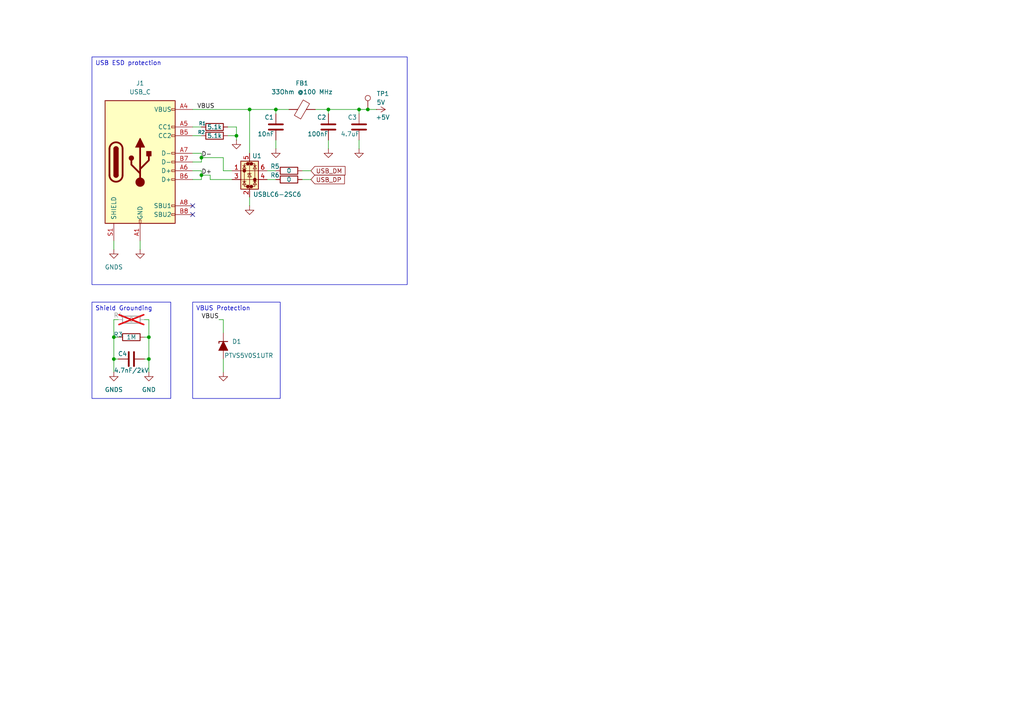
<source format=kicad_sch>
(kicad_sch (version 20250114) (generator "eeschema") (generator_version "9.0")
  (paper "A4")
  (lib_symbols
    (symbol "Connector:TestPoint" (pin_numbers (hide yes)) (pin_names (offset 0.762) (hide yes))
      (property "Reference" "TP" (at 0 6.858 0))
      (property "Value" "TestPoint" (at 0 5.08 0))
      (symbol "TestPoint_0_1"
        (circle (center 0 3.302) (radius 0.762))
      )
      (symbol "TestPoint_1_1"
        (pin passive line (at 0 0 90) (length 2.54) (name "1") (number "1"))
      )
    )
    (symbol "Connector:USB_C_Receptacle_USB2.0_16P" (pin_names (offset 1.016))
      (property "Reference" "J" (at 0 22.225 0))
      (property "Value" "USB_C_Receptacle_USB2.0_16P" (at 0 19.685 0))
      (symbol "USB_C_Receptacle_USB2.0_16P_0_0"
        (rectangle (start -0.254 -17.78) (end 0.254 -16.764))
        (rectangle (start 10.16 15.494) (end 9.144 14.986))
        (rectangle (start 10.16 10.414) (end 9.144 9.906))
        (rectangle (start 10.16 7.874) (end 9.144 7.366))
        (rectangle (start 10.16 2.794) (end 9.144 2.286))
        (rectangle (start 10.16 0.254) (end 9.144 -0.254))
        (rectangle (start 10.16 -2.286) (end 9.144 -2.794))
        (rectangle (start 10.16 -4.826) (end 9.144 -5.334))
        (rectangle (start 10.16 -12.446) (end 9.144 -12.954))
        (rectangle (start 10.16 -14.986) (end 9.144 -15.494))
      )
      (symbol "USB_C_Receptacle_USB2.0_16P_0_1"
        (rectangle (start -10.16 17.78) (end 10.16 -17.78) (stroke (width 0.254)) (fill (type background)))
        (polyline (pts (xy -8.89 -3.81) (xy -8.89 3.81)) (stroke (width 0.508)))
        (rectangle (start -7.62 -3.81) (end -6.35 3.81) (stroke (width 0.254)) (fill (type outline)))
        (arc (start -7.62 3.81) (mid -6.985 4.4423) (end -6.35 3.81) (stroke (width 0.254)))
        (arc (start -7.62 3.81) (mid -6.985 4.4423) (end -6.35 3.81) (stroke (width 0.254)) (fill (type outline)))
        (arc (start -8.89 3.81) (mid -6.985 5.7067) (end -5.08 3.81) (stroke (width 0.508)))
        (arc (start -5.08 -3.81) (mid -6.985 -5.7067) (end -8.89 -3.81) (stroke (width 0.508)))
        (arc (start -6.35 -3.81) (mid -6.985 -4.4423) (end -7.62 -3.81) (stroke (width 0.254)))
        (arc (start -6.35 -3.81) (mid -6.985 -4.4423) (end -7.62 -3.81) (stroke (width 0.254)) (fill (type outline)))
        (polyline (pts (xy -5.08 3.81) (xy -5.08 -3.81)) (stroke (width 0.508)))
        (circle (center -2.54 1.143) (radius 0.635) (stroke (width 0.254)) (fill (type outline)))
        (polyline (pts (xy -1.27 4.318) (xy 0 6.858) (xy 1.27 4.318) (xy -1.27 4.318)) (stroke (width 0.254)) (fill (type outline)))
        (polyline (pts (xy 0 -2.032) (xy 2.54 0.508) (xy 2.54 1.778)) (stroke (width 0.508)))
        (polyline (pts (xy 0 -3.302) (xy -2.54 -0.762) (xy -2.54 0.508)) (stroke (width 0.508)))
        (polyline (pts (xy 0 -5.842) (xy 0 4.318)) (stroke (width 0.508)))
        (circle (center 0 -5.842) (radius 1.27) (fill (type outline)))
        (rectangle (start 1.905 1.778) (end 3.175 3.048) (stroke (width 0.254)) (fill (type outline)))
      )
      (symbol "USB_C_Receptacle_USB2.0_16P_1_1"
        (pin passive line (at -7.62 -22.86 90) (length 5.08) (name "SHIELD") (number "S1"))
        (pin passive line (at 0 -22.86 90) (length 5.08) (name "GND") (number "A1"))
        (pin passive line (at 0 -22.86 90) (length 5.08) (hide yes) (name "GND") (number "A12"))
        (pin passive line (at 0 -22.86 90) (length 5.08) (hide yes) (name "GND") (number "B1"))
        (pin passive line (at 0 -22.86 90) (length 5.08) (hide yes) (name "GND") (number "B12"))
        (pin passive line (at 15.24 15.24 180) (length 5.08) (name "VBUS") (number "A4"))
        (pin passive line (at 15.24 15.24 180) (length 5.08) (hide yes) (name "VBUS") (number "A9"))
        (pin passive line (at 15.24 15.24 180) (length 5.08) (hide yes) (name "VBUS") (number "B4"))
        (pin passive line (at 15.24 15.24 180) (length 5.08) (hide yes) (name "VBUS") (number "B9"))
        (pin bidirectional line (at 15.24 10.16 180) (length 5.08) (name "CC1") (number "A5"))
        (pin bidirectional line (at 15.24 7.62 180) (length 5.08) (name "CC2") (number "B5"))
        (pin bidirectional line (at 15.24 2.54 180) (length 5.08) (name "D-") (number "A7"))
        (pin bidirectional line (at 15.24 0 180) (length 5.08) (name "D-") (number "B7"))
        (pin bidirectional line (at 15.24 -2.54 180) (length 5.08) (name "D+") (number "A6"))
        (pin bidirectional line (at 15.24 -5.08 180) (length 5.08) (name "D+") (number "B6"))
        (pin bidirectional line (at 15.24 -12.7 180) (length 5.08) (name "SBU1") (number "A8"))
        (pin bidirectional line (at 15.24 -15.24 180) (length 5.08) (name "SBU2") (number "B8"))
      )
    )
    (symbol "Device:C" (pin_numbers (hide yes)) (pin_names (offset 0.254))
      (property "Reference" "C" (at 0.635 2.54 0))
      (property "Value" "C" (at 0.635 -2.54 0))
      (symbol "C_0_1"
        (polyline (pts (xy -2.032 0.762) (xy 2.032 0.762)) (stroke (width 0.508)))
        (polyline (pts (xy -2.032 -0.762) (xy 2.032 -0.762)) (stroke (width 0.508)))
      )
      (symbol "C_1_1"
        (pin passive line (at 0 3.81 270) (length 2.794) (name "~") (number "1"))
        (pin passive line (at 0 -3.81 90) (length 2.794) (name "~") (number "2"))
      )
    )
    (symbol "Device:FerriteBead" (pin_numbers (hide yes)) (pin_names (offset 0))
      (property "Reference" "FB" (at -3.81 0.635 90))
      (property "Value" "FerriteBead" (at 3.81 0 90))
      (symbol "FerriteBead_0_1"
        (polyline (pts (xy -2.7686 0.4064) (xy -1.7018 2.2606) (xy 2.7686 -0.3048) (xy 1.6764 -2.159) (xy -2.7686 0.4064)))
        (polyline (pts (xy 0 1.27) (xy 0 1.2954)))
        (polyline (pts (xy 0 -1.27) (xy 0 -1.2192)))
      )
      (symbol "FerriteBead_1_1"
        (pin passive line (at 0 3.81 270) (length 2.54) (name "~") (number "1"))
        (pin passive line (at 0 -3.81 90) (length 2.54) (name "~") (number "2"))
      )
    )
    (symbol "Device:R" (pin_numbers (hide yes)) (pin_names (offset 0))
      (property "Reference" "R" (at 2.032 0 90))
      (property "Value" "R" (at 0 0 90))
      (symbol "R_0_1"
        (rectangle (start -1.016 -2.54) (end 1.016 2.54) (stroke (width 0.254)))
      )
      (symbol "R_1_1"
        (pin passive line (at 0 3.81 270) (length 1.27) (name "~") (number "1"))
        (pin passive line (at 0 -3.81 90) (length 1.27) (name "~") (number "2"))
      )
    )
    (symbol "PCM_Diode_TVS_AKL:PTVS5V0S1UTR" (pin_numbers (hide yes)) (pin_names (offset 1.016) (hide yes))
      (property "Reference" "D" (at 0 5.08 0))
      (property "Value" "PTVS5V0S1UTR" (at 0 2.54 0))
      (symbol "PTVS5V0S1UTR_0_1"
        (polyline (pts (xy -1.27 1.27) (xy -1.27 -1.27) (xy 1.27 0) (xy -1.27 1.27)) (stroke (width 0.254)) (fill (type outline)))
        (polyline (pts (xy -1.27 0) (xy 1.27 0)))
        (polyline (pts (xy 1.27 1.27) (xy 0.762 1.27)) (stroke (width 0.254)))
        (polyline (pts (xy 1.27 -1.27) (xy 1.27 1.27)) (stroke (width 0.254)))
      )
      (symbol "PTVS5V0S1UTR_0_2"
        (polyline (pts (xy -2.54 -2.54) (xy 2.54 2.54)))
        (polyline (pts (xy -0.889 -0.889) (xy -1.778 0) (xy 0.889 0.889) (xy 0 -1.778) (xy -0.889 -0.889)) (stroke (width 0.254)) (fill (type outline)))
        (polyline (pts (xy 0 1.778) (xy -0.381 1.397)) (stroke (width 0.254)))
        (polyline (pts (xy 0 1.778) (xy 1.778 0)) (stroke (width 0.254)))
      )
      (symbol "PTVS5V0S1UTR_1_1"
        (pin passive line (at -3.81 0 0) (length 2.54) (name "A") (number "2"))
        (pin passive line (at 3.81 0 180) (length 2.54) (name "K") (number "1"))
      )
      (symbol "PTVS5V0S1UTR_1_2"
        (pin passive line (at -2.54 -2.54 0) (length 0) (name "A") (number "2"))
        (pin passive line (at 2.54 2.54 180) (length 0) (name "K") (number "1"))
      )
    )
    (symbol "Power_Protection:USBLC6-2SC6" (pin_names (hide yes))
      (property "Reference" "U" (at 0.635 5.715 0))
      (property "Value" "USBLC6-2SC6" (at 0.635 3.81 0))
      (symbol "USBLC6-2SC6_0_0"
        (circle (center -1.524 0) (radius 0.0001) (stroke (width 0.508)))
        (circle (center -0.508 2.032) (radius 0.0001) (stroke (width 0.508)))
        (circle (center -0.508 -4.572) (radius 0.0001) (stroke (width 0.508)))
        (circle (center 0.508 2.032) (radius 0.0001) (stroke (width 0.508)))
        (circle (center 0.508 -4.572) (radius 0.0001) (stroke (width 0.508)))
        (circle (center 1.524 -2.54) (radius 0.0001) (stroke (width 0.508)))
      )
      (symbol "USBLC6-2SC6_0_1"
        (polyline (pts (xy -2.54 0) (xy 2.54 0)))
        (polyline (pts (xy -2.54 -2.54) (xy 2.54 -2.54)))
        (polyline (pts (xy -2.032 0.508) (xy -1.016 0.508) (xy -1.524 1.524) (xy -2.032 0.508)))
        (polyline (pts (xy -2.032 -3.048) (xy -1.016 -3.048)))
        (polyline (pts (xy -1.016 1.524) (xy -2.032 1.524)))
        (polyline (pts (xy -1.016 -4.064) (xy -2.032 -4.064) (xy -1.524 -3.048) (xy -1.016 -4.064)))
        (polyline (pts (xy -0.508 -1.143) (xy -0.508 -0.762) (xy 0.508 -0.762)))
        (polyline (pts (xy 0 2.54) (xy -0.508 2.032) (xy 0.508 2.032) (xy 0 1.524) (xy 0 -4.064) (xy -0.508 -4.572) (xy 0.508 -4.572) (xy 0 -5.08)))
        (polyline (pts (xy 0.508 -1.778) (xy -0.508 -1.778) (xy 0 -0.762) (xy 0.508 -1.778)))
        (polyline (pts (xy 1.016 1.524) (xy 2.032 1.524)))
        (polyline (pts (xy 1.016 -3.048) (xy 2.032 -3.048)))
        (polyline (pts (xy 2.032 0.508) (xy 1.016 0.508) (xy 1.524 1.524) (xy 2.032 0.508)))
        (polyline (pts (xy 2.032 -4.064) (xy 1.016 -4.064) (xy 1.524 -3.048) (xy 2.032 -4.064)))
      )
      (symbol "USBLC6-2SC6_1_1"
        (rectangle (start -2.54 2.794) (end 2.54 -5.334) (stroke (width 0.254)) (fill (type background)))
        (polyline (pts (xy -0.508 2.032) (xy -1.524 2.032) (xy -1.524 -4.572) (xy -0.508 -4.572)))
        (polyline (pts (xy 0.508 -4.572) (xy 1.524 -4.572) (xy 1.524 2.032) (xy 0.508 2.032)))
        (pin passive line (at -5.08 0 0) (length 2.54) (name "I/O1") (number "1"))
        (pin passive line (at -5.08 -2.54 0) (length 2.54) (name "I/O2") (number "3"))
        (pin passive line (at 0 5.08 270) (length 2.54) (name "VBUS") (number "5"))
        (pin passive line (at 0 -7.62 90) (length 2.54) (name "GND") (number "2"))
        (pin passive line (at 5.08 0 180) (length 2.54) (name "I/O1") (number "6"))
        (pin passive line (at 5.08 -2.54 180) (length 2.54) (name "I/O2") (number "4"))
      )
    )
    (symbol "power:+5V" (power) (pin_numbers (hide yes)) (pin_names (offset 0) (hide yes))
      (property "Value" "+5V" (at 0 3.556 0))
      (symbol "+5V_0_1"
        (polyline (pts (xy -0.762 1.27) (xy 0 2.54)))
        (polyline (pts (xy 0 2.54) (xy 0.762 1.27)))
        (polyline (pts (xy 0 0) (xy 0 2.54)))
      )
      (symbol "+5V_1_1"
        (pin power_in line (at 0 0 90) (length 0) (name "~") (number "1"))
      )
    )
    (symbol "power:GND" (power) (pin_numbers (hide yes)) (pin_names (offset 0) (hide yes))
      (property "Value" "GND" (at 0 -3.81 0))
      (symbol "GND_0_1"
        (polyline (pts (xy 0 0) (xy 0 -1.27) (xy 1.27 -1.27) (xy 0 -2.54) (xy -1.27 -1.27) (xy 0 -1.27)))
      )
      (symbol "GND_1_1"
        (pin power_in line (at 0 0 270) (length 0) (name "~") (number "1"))
      )
    )
    (symbol "power:GNDS" (power) (pin_numbers (hide yes)) (pin_names (offset 0) (hide yes))
      (property "Value" "GNDS" (at 0 -3.81 0))
      (symbol "GNDS_0_1"
        (polyline (pts (xy 0 0) (xy 0 -1.27) (xy 1.27 -1.27) (xy 0 -2.54) (xy -1.27 -1.27) (xy 0 -1.27)))
      )
      (symbol "GNDS_1_1"
        (pin power_in line (at 0 0 270) (length 0) (name "~") (number "1"))
      )
    )
  )
  (text_box "USB ESD protection" (at 26.67 16.51 0) (size 91.44 66.04) (margins 0.9525 0.9525 0.9525 0.9525) (effects (font (size 1.27 1.27)) (justify left top)))
  (text_box "Shield Grounding" (at 26.67 87.63 0) (size 22.86 27.94) (margins 0.9525 0.9525 0.9525 0.9525) (fill (type color)) (effects (font (size 1.27 1.27)) (justify left top)))
  (text_box "VBUS Protection" (at 55.88 87.63 0) (size 25.4 27.94) (margins 0.9525 0.9525 0.9525 0.9525) (fill (type color)) (effects (font (size 1.27 1.27)) (justify left top)))
  (junction (at 58.42 50.8))
  (junction (at 104.14 31.75))
  (junction (at 33.02 97.79))
  (junction (at 58.42 45.72))
  (junction (at 43.18 104.14))
  (junction (at 72.39 31.75))
  (junction (at 95.25 31.75))
  (junction (at 80.01 31.75))
  (junction (at 43.18 97.79))
  (junction (at 68.58 39.37))
  (junction (at 33.02 104.14))
  (junction (at 106.68 31.75))
  (no_connect (at 55.88 62.23))
  (no_connect (at 55.88 59.69))
  (wire (pts (xy 104.14 31.75) (xy 95.25 31.75)))
  (wire (pts (xy 34.29 97.79) (xy 33.02 97.79)))
  (wire (pts (xy 33.02 97.79) (xy 33.02 104.14)))
  (wire (pts (xy 34.29 92.71) (xy 33.02 92.71)))
  (wire (pts (xy 72.39 57.15) (xy 72.39 59.69)))
  (wire (pts (xy 40.64 69.85) (xy 40.64 72.39)))
  (wire (pts (xy 58.42 49.53) (xy 58.42 50.8)))
  (wire (pts (xy 64.77 45.72) (xy 58.42 45.72)))
  (wire (pts (xy 34.29 104.14) (xy 33.02 104.14)))
  (wire (pts (xy 55.88 36.83) (xy 58.42 36.83)))
  (wire (pts (xy 66.04 36.83) (xy 68.58 36.83)))
  (wire (pts (xy 68.58 36.83) (xy 68.58 39.37)))
  (wire (pts (xy 60.96 52.07) (xy 60.96 50.8)))
  (wire (pts (xy 104.14 40.64) (xy 104.14 43.18)))
  (wire (pts (xy 43.18 107.95) (xy 43.18 104.14)))
  (wire (pts (xy 87.63 49.53) (xy 90.17 49.53)))
  (wire (pts (xy 95.25 40.64) (xy 95.25 43.18)))
  (wire (pts (xy 43.18 97.79) (xy 43.18 104.14)))
  (wire (pts (xy 43.18 92.71) (xy 43.18 97.79)))
  (wire (pts (xy 64.77 49.53) (xy 64.77 45.72)))
  (wire (pts (xy 55.88 31.75) (xy 72.39 31.75)))
  (wire (pts (xy 41.91 92.71) (xy 43.18 92.71)))
  (wire (pts (xy 87.63 52.07) (xy 90.17 52.07)))
  (wire (pts (xy 68.58 39.37) (xy 66.04 39.37)))
  (wire (pts (xy 43.18 104.14) (xy 41.91 104.14)))
  (wire (pts (xy 80.01 31.75) (xy 80.01 33.02)))
  (wire (pts (xy 80.01 40.64) (xy 80.01 43.18)))
  (wire (pts (xy 77.47 52.07) (xy 80.01 52.07)))
  (wire (pts (xy 33.02 92.71) (xy 33.02 97.79)))
  (wire (pts (xy 55.88 44.45) (xy 58.42 44.45)))
  (wire (pts (xy 41.91 97.79) (xy 43.18 97.79)))
  (wire (pts (xy 33.02 104.14) (xy 33.02 107.95)))
  (wire (pts (xy 72.39 31.75) (xy 72.39 44.45)))
  (wire (pts (xy 55.88 49.53) (xy 58.42 49.53)))
  (wire (pts (xy 58.42 44.45) (xy 58.42 45.72)))
  (wire (pts (xy 63.5 92.71) (xy 64.77 92.71)))
  (wire (pts (xy 72.39 31.75) (xy 80.01 31.75)))
  (wire (pts (xy 60.96 50.8) (xy 58.42 50.8)))
  (wire (pts (xy 64.77 104.14) (xy 64.77 107.95)))
  (wire (pts (xy 80.01 31.75) (xy 83.82 31.75)))
  (wire (pts (xy 77.47 49.53) (xy 80.01 49.53)))
  (wire (pts (xy 58.42 52.07) (xy 55.88 52.07)))
  (wire (pts (xy 91.44 31.75) (xy 95.25 31.75)))
  (wire (pts (xy 58.42 50.8) (xy 58.42 52.07)))
  (wire (pts (xy 64.77 92.71) (xy 64.77 96.52)))
  (wire (pts (xy 58.42 45.72) (xy 58.42 46.99)))
  (wire (pts (xy 104.14 33.02) (xy 104.14 31.75)))
  (wire (pts (xy 106.68 31.75) (xy 109.22 31.75)))
  (wire (pts (xy 104.14 31.75) (xy 106.68 31.75)))
  (wire (pts (xy 95.25 31.75) (xy 95.25 33.02)))
  (wire (pts (xy 68.58 40.64) (xy 68.58 39.37)))
  (wire (pts (xy 55.88 39.37) (xy 58.42 39.37)))
  (wire (pts (xy 58.42 46.99) (xy 55.88 46.99)))
  (wire (pts (xy 67.31 49.53) (xy 64.77 49.53)))
  (wire (pts (xy 33.02 69.85) (xy 33.02 72.39)))
  (wire (pts (xy 67.31 52.07) (xy 60.96 52.07)))
  (label "VBUS" (at 63.5 92.71 180))
  (label "D-" (at 58.42 45.72 0))
  (label "VBUS" (at 57.15 31.75 0))
  (label "D+" (at 58.42 50.8 0))
  (global_label "USB_DM" (shape input) (at 90.17 49.53 0) (property "Intersheetrefs" "${INTERSHEET_REFS}" (effects (hide yes))))
  (global_label "USB_DP" (shape input) (at 90.17 52.07 0) (property "Intersheetrefs" "${INTERSHEET_REFS}" (effects (hide yes))))
  (symbol (lib_id "Connector:USB_C_Receptacle_USB2.0_16P") (at 40.64 46.99 0) (unit 1)
    (property "Reference" "J1" (at 40.64 24.13 0))
    (property "Value" "USB_C" (at 40.64 26.67 0))
    (property "Footprint" "Connector_USB:USB_C_Receptacle_HCTL_HC-TYPE-C-16P-01A" (effects (hide yes)))
    (property "Datasheet" "https://www.usb.org/sites/default/files/documents/usb_type-c.zip" (effects (hide yes)))
    (property "Description" "USB 2.0-only 16P Type-C Receptacle connector" (effects (hide yes)))
  )
  (symbol (lib_id "Device:C") (at 95.25 36.83 0) (unit 1)
    (property "Reference" "C2" (at 91.948 34.036 0) (effects (justify left)))
    (property "Value" "100nF" (at 89.154 38.862 0) (effects (justify left)))
    (property "Description" "Unpolarized capacitor" (effects (hide yes)))
  )
  (symbol (lib_id "Device:R") (at 83.82 49.53 90) (unit 1)
    (property "Reference" "R5" (at 79.756 48.26 90))
    (property "Value" "0" (at 83.82 49.53 90))
    (property "Description" "Resistor" (effects (hide yes)))
  )
  (symbol (lib_id "power:GND") (at 64.77 107.95 0) (unit 1)
    (property "Reference" "#PWR011" (effects (hide yes)))
    (property "Value" "GND" (effects (hide yes)))
    (property "Description" "Power symbol creates a global label with name \"GND\" , ground" (effects (hide yes)))
  )
  (symbol (lib_id "power:GNDS") (at 33.02 107.95 0) (unit 1)
    (property "Reference" "#PWR08" (effects (hide yes)))
    (property "Value" "GNDS" (at 33.02 113.03 0))
    (property "Description" "Power symbol creates a global label with name \"GNDS\" , signal ground" (effects (hide yes)))
  )
  (symbol (lib_id "power:GND") (at 68.58 40.64 0) (unit 1)
    (property "Reference" "#PWR01" (effects (hide yes)))
    (property "Value" "GND" (effects (hide yes)))
    (property "Description" "Power symbol creates a global label with name \"GND\" , ground" (effects (hide yes)))
  )
  (symbol (lib_id "power:GND") (at 80.01 43.18 0) (unit 1)
    (property "Reference" "#PWR02" (effects (hide yes)))
    (property "Value" "GND" (effects (hide yes)))
    (property "Description" "Power symbol creates a global label with name \"GND\" , ground" (effects (hide yes)))
  )
  (symbol (lib_id "Device:R") (at 38.1 97.79 90) (unit 1)
    (property "Reference" "R3" (at 34.29 97.028 90))
    (property "Value" "1M" (at 38.1 97.79 90))
    (property "Description" "Resistor" (effects (hide yes)))
  )
  (symbol (lib_id "power:GND") (at 104.14 43.18 0) (unit 1)
    (property "Reference" "#PWR04" (effects (hide yes)))
    (property "Value" "GND" (effects (hide yes)))
    (property "Description" "Power symbol creates a global label with name \"GND\" , ground" (effects (hide yes)))
  )
  (symbol (lib_id "Device:R") (at 62.23 36.83 270) (unit 1)
    (property "Reference" "R1" (at 58.674 35.814 90) (effects (font (size 1 1))))
    (property "Value" "5.1k" (at 62.23 36.83 90))
    (property "Description" "Resistor" (effects (hide yes)))
  )
  (symbol (lib_id "power:+5V") (at 109.22 31.75 270) (unit 1)
    (property "Reference" "#PWR05" (effects (hide yes)))
    (property "Value" "+5V" (at 108.966 34.036 90) (effects (justify left)))
    (property "Description" "Power symbol creates a global label with name \"+5V\"" (effects (hide yes)))
  )
  (symbol (lib_id "power:GNDS") (at 33.02 72.39 0) (unit 1)
    (property "Reference" "#PWR07" (effects (hide yes)))
    (property "Value" "GNDS" (at 33.02 77.47 0))
    (property "Description" "Power symbol creates a global label with name \"GNDS\" , signal ground" (effects (hide yes)))
  )
  (symbol (lib_id "power:GND") (at 72.39 59.69 0) (unit 1)
    (property "Reference" "#PWR010" (effects (hide yes)))
    (property "Value" "GND" (effects (hide yes)))
    (property "Description" "Power symbol creates a global label with name \"GND\" , ground" (effects (hide yes)))
  )
  (symbol (lib_id "Device:R") (at 83.82 52.07 90) (unit 1)
    (property "Reference" "R6" (at 79.756 50.8 90))
    (property "Value" "0" (at 83.82 52.07 90))
    (property "Description" "Resistor" (effects (hide yes)))
  )
  (symbol (lib_id "Power_Protection:USBLC6-2SC6") (at 72.39 49.53 0) (unit 1)
    (property "Reference" "U1" (at 73.152 45.212 0) (effects (justify left)))
    (property "Value" "USBLC6-2SC6" (at 73.406 56.388 0) (effects (justify left)))
    (property "Footprint" "Package_TO_SOT_SMD:SOT-666" (effects (hide yes)))
    (property "Datasheet" "https://www.st.com/resource/en/datasheet/usblc6-2.pdf" (effects (hide yes)))
    (property "Description" "Very low capacitance ESD protection diode, 2 data-line, SOT-23-6" (effects (hide yes)))
  )
  (symbol (lib_id "Device:C") (at 80.01 36.83 0) (unit 1)
    (property "Reference" "C1" (at 76.708 34.036 0) (effects (justify left)))
    (property "Value" "10nF" (at 74.676 38.862 0) (effects (justify left)))
    (property "Description" "Unpolarized capacitor" (effects (hide yes)))
  )
  (symbol (lib_id "Device:C") (at 38.1 104.14 90) (unit 1)
    (property "Reference" "C4" (at 35.56 102.616 90))
    (property "Value" "4.7nF/2kV" (at 38.1 107.442 90))
    (property "Description" "Unpolarized capacitor" (effects (hide yes)))
  )
  (symbol (lib_id "power:GND") (at 43.18 107.95 0) (unit 1)
    (property "Reference" "#PWR09" (effects (hide yes)))
    (property "Value" "GND" (at 43.18 113.03 0))
    (property "Description" "Power symbol creates a global label with name \"GND\" , ground" (effects (hide yes)))
  )
  (symbol (lib_id "Device:R") (at 38.1 92.71 90) (unit 1) (dnp yes)
    (property "Reference" "R4" (at 34.29 91.44 90))
    (property "Value" "0" (at 38.1 92.71 90))
    (property "Description" "Resistor" (effects (hide yes)))
  )
  (symbol (lib_id "power:GND") (at 40.64 72.39 0) (unit 1)
    (property "Reference" "#PWR06" (effects (hide yes)))
    (property "Value" "GND" (effects (hide yes)))
    (property "Description" "Power symbol creates a global label with name \"GND\" , ground" (effects (hide yes)))
  )
  (symbol (lib_id "Device:C") (at 104.14 36.83 0) (unit 1)
    (property "Reference" "C3" (at 100.838 34.036 0) (effects (justify left)))
    (property "Value" "4.7uF" (at 98.806 38.862 0) (effects (justify left)))
    (property "Description" "Unpolarized capacitor" (effects (hide yes)))
  )
  (symbol (lib_id "Connector:TestPoint") (at 106.68 31.75 0) (unit 1)
    (property "Reference" "TP1" (at 109.22 27.1779 0) (effects (justify left)))
    (property "Value" "5V" (at 109.22 29.7179 0) (effects (justify left)))
    (property "Footprint" "TestPoint:TestPoint_Pad_D1.0mm" (effects (hide yes)))
    (property "Description" "test point" (effects (hide yes)))
  )
  (symbol (lib_id "power:GND") (at 95.25 43.18 0) (unit 1)
    (property "Reference" "#PWR03" (effects (hide yes)))
    (property "Value" "GND" (effects (hide yes)))
    (property "Description" "Power symbol creates a global label with name \"GND\" , ground" (effects (hide yes)))
  )
  (symbol (lib_id "PCM_Diode_TVS_AKL:PTVS5V0S1UTR") (at 64.77 100.33 90) (unit 1)
    (property "Reference" "D1" (at 67.31 99.0599 90) (effects (justify right)))
    (property "Value" "PTVS5V0S1UTR" (at 65.024 103.124 90) (effects (justify right)))
    (property "Footprint" "PCM_Diode_SMD_AKL:D_SOD-123" (effects (hide yes)))
    (property "Datasheet" "https://www.tme.eu/Document/2e8aaef06c6b99cbe490b416bc53c8a0/PTVSXS1UTR_SER.pdf" (effects (hide yes)))
    (property "Description" "SOD-123F Unidirectional TVS diode, 5V, 400W, Alternate KiCAD Library" (effects (hide yes)))
  )
  (symbol (lib_id "Device:R") (at 62.23 39.37 270) (unit 1)
    (property "Reference" "R2" (at 58.42 38.354 90) (effects (font (size 1 1))))
    (property "Value" "5.1k" (at 62.23 39.37 90))
    (property "Description" "Resistor" (effects (hide yes)))
  )
  (symbol (lib_id "Device:FerriteBead") (at 87.63 31.75 90) (unit 1)
    (property "Reference" "FB1" (at 87.5792 24.13 90))
    (property "Value" "33Ohm @100 MHz" (at 87.5792 26.67 90))
    (property "Description" "Ferrite bead" (effects (hide yes)))
  )
)
</source>
